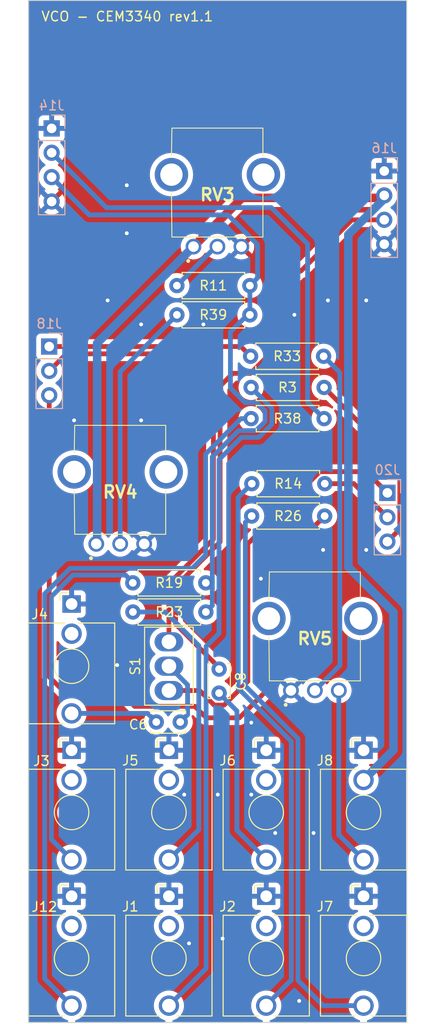
<source format=kicad_pcb>
(kicad_pcb (version 20241229) (generator "pcbnew") (generator_version "9.0")
  (layers (0 "F.Cu" signal) (2 "B.Cu" signal) (13 "F.Paste" user) (15 "B.Paste" user) (5 "F.SilkS" user "F.Silkscreen") (7 "B.SilkS" user "B.Silkscreen") (1 "F.Mask" user) (3 "B.Mask" user) (25 "Edge.Cuts" user))
  (net 0 "")
  (net 1 "Net-(S1-B)")
  (net 2 "/SYNC")
  (net 3 "/LINFM_IN")
  (net 4 "/LINFM")
  (net 6 "/TRI")
  (net 7 "GND")
  (net 9 "/SAW")
  (net 11 "/CV1")
  (net 14 "/CV2")
  (net 17 "/PULSE")
  (net 18 "+5VA")
  (net 19 "/PWM")
  (net 21 "/SIN")
  (net 22 "/SIN_RAW")
  (net 23 "/CV_NODE")
  (net 24 "/PWM_IN")
  (net 25 "/HARD_SYNC")
  (net 26 "/PULSE_RAW")
  (net 27 "/SOFT_SYNC")
  (net 28 "/SAW_RAW")
  (net 29 "/TRI_RAW")
  (net 30 "Net-(R11-Pad1)")
  (net 31 "Net-(R33-Pad1)")
  (net 32 "Net-(R39-Pad1)")
  (footprint "Eurorack Common:Thonkicon" (layer "F.Cu") (at 50.22 93.376)
    (property "Reference" "J8" (at -4.03 1.08 180) (layer "F.SilkS"))
    (property "Value" "~")
    (pad "S" thru_hole rect (at 0 0 180) (size 1.93 1.83) (drill 1.22) (layers "*.Cu" "*.Mask") (net 7 "GND"))
    (pad "T" thru_hole circle (at 0 11.4 180) (size 2.13 2.13) (drill 1.43) (layers "*.Cu" "*.Mask") (net 19 "/PWM"))
    (pad "TN" thru_hole circle (at 0 3.1 180) (size 2.13 2.13) (drill 1.42) (layers "*.Cu" "*.Mask") (net 18 "+5VA"))
    (zone (net 0) (net_name "") (layer "F.Cu") (connect_pads (clearance 0)) (min_thickness 0.254)
      (keepout (tracks not_allowed) (vias not_allowed) (pads not_allowed) (copperpour not_allowed) (footprints not_allowed))
      (fill (thermal_gap 0.508) (thermal_bridge_width 0.508))
      (polygon (pts (xy 51.725141 99.856) (xy 51.70493 99.610171) (xy 51.644841 99.370945) (xy 51.546486 99.144744) (xy 51.412508 98.937645) (xy 51.246504 98.75521) (xy 51.052932 98.602336) (xy 50.836992 98.483131) (xy 50.604482 98.400794) (xy 50.361646 98.357539) (xy 50.115007 98.354525) (xy 49.871187 98.391835) (xy 49.636734 98.468466) (xy 49.417946 98.58236) (xy 49.220697 98.730458) (xy 49.050286 98.908784) (xy 48.911288 99.112548) (xy 48.807436 99.336278) (xy 48.741519 99.573965) (xy 48.715308 99.819226) (xy 48.729507 100.065475) (xy 48.783734 100.306099) (xy 48.876532 100.534634) (xy 49.005411 100.744945) (xy 49.166908 100.931382) (xy 49.356687 101.088939) (xy 49.56965 101.213385) (xy 49.800079 101.301377) (xy 50.041785 101.350553) (xy 50.288278 101.359592) (xy 50.532936 101.32825) (xy 50.769191 101.25737) (xy 50.990697 101.148856) (xy 51.191505 101.005621) (xy 51.366223 100.831512) (xy 51.510158 100.631205) (xy 51.619445 100.410079) (xy 51.691149 100.174074) (xy 51.723344 99.929526)))
    )
  )
  (footprint "Eurorack Common:R_Axial_DIN0207_L6.3mm_D2.5mm_P7.62mm_Horizontal" (layer "F.Cu") (at 26.13 75.934)
    (property "Reference" "R19" (at 3.8 0 0) (layer "F.SilkS"))
    (property "Value" "100k")
    (pad "1" thru_hole circle (at 0 0) (size 1.6 1.6) (drill 0.8) (layers "*.Cu" "*.Mask") (net 11 "/CV1"))
    (pad "2" thru_hole circle (at 7.62 0) (size 1.6 1.6) (drill 0.8) (layers "*.Cu" "*.Mask") (net 23 "/CV_NODE"))
  )
  (footprint "Eurorack Common:Thonkicon" (layer "F.Cu") (at 19.74 78.136)
    (property "Reference" "J4" (at -3.34 1.08 180) (layer "F.SilkS"))
    (property "Value" "~")
    (pad "S" thru_hole rect (at 0 0 180) (size 1.93 1.83) (drill 1.22) (layers "*.Cu" "*.Mask") (net 7 "GND"))
    (pad "T" thru_hole circle (at 0 11.4 180) (size 2.13 2.13) (drill 1.43) (layers "*.Cu" "*.Mask") (net 2 "/SYNC"))
    (pad "TN" thru_hole circle (at 0 3.1 180) (size 2.13 2.13) (drill 1.42) (layers "*.Cu" "*.Mask"))
    (zone (net 0) (net_name "") (layer "F.Cu") (connect_pads (clearance 0)) (min_thickness 0.254)
      (keepout (tracks not_allowed) (vias not_allowed) (pads not_allowed) (copperpour not_allowed) (footprints not_allowed))
      (fill (thermal_gap 0.508) (thermal_bridge_width 0.508))
      (polygon (pts (xy 21.245141 84.616) (xy 21.22493 84.370171) (xy 21.164841 84.130945) (xy 21.066486 83.904744) (xy 20.932508 83.697645) (xy 20.766504 83.51521) (xy 20.572932 83.362336) (xy 20.356992 83.243131) (xy 20.124482 83.160794) (xy 19.881646 83.117539) (xy 19.635007 83.114525) (xy 19.391187 83.151835) (xy 19.156734 83.228466) (xy 18.937946 83.34236) (xy 18.740697 83.490458) (xy 18.570286 83.668784) (xy 18.431288 83.872548) (xy 18.327436 84.096278) (xy 18.261519 84.333965) (xy 18.235308 84.579226) (xy 18.249507 84.825475) (xy 18.303734 85.066099) (xy 18.396532 85.294634) (xy 18.525411 85.504945) (xy 18.686908 85.691382) (xy 18.876687 85.848939) (xy 19.08965 85.973385) (xy 19.320079 86.061377) (xy 19.561785 86.110553) (xy 19.808278 86.119592) (xy 20.052936 86.08825) (xy 20.289191 86.01737) (xy 20.510697 85.908856) (xy 20.711505 85.765621) (xy 20.886223 85.591512) (xy 21.030158 85.391205) (xy 21.139445 85.170079) (xy 21.211149 84.934074) (xy 21.243344 84.689526)))
    )
  )
  (footprint "Eurorack Common:Sub-Miniature SPDT" (layer "F.Cu") (at 29.9 84.616 90)
    (property "Reference" "S1" (at 0.002 -3.52 90) (layer "F.SilkS"))
    (property "Value" "TS-01")
    (pad "1" thru_hole oval (at -2.54 0 270) (size 2 3) (drill 1.522) (layers "*.Cu" "*.Mask") (net 27 "/SOFT_SYNC"))
    (pad "2" thru_hole oval (at 0 0 270) (size 2 3) (drill 1.522) (layers "*.Cu" "*.Mask") (net 1 "Net-(S1-B)"))
    (pad "3" thru_hole oval (at 2.54 0 270) (size 2 3) (drill 1.522) (layers "*.Cu" "*.Mask") (net 25 "/HARD_SYNC"))
  )
  (footprint "Eurorack Common:Alpha Potentiometer" (layer "F.Cu") (at 22.315 71.871)
    (property "Reference" "RV4" (at 2.5 -5.4 0) (layer "F.SilkS") (effects (font (size 1.27 1.27) (thickness 0.254))))
    (property "Value" "100k" (hide yes))
    (pad "1" thru_hole circle (at 0 0) (size 1.65 1.65) (drill 1.1) (layers "*.Cu" "*.Mask") (net 18 "+5VA"))
    (pad "2" thru_hole circle (at 2.5 0) (size 1.65 1.65) (drill 1.1) (layers "*.Cu" "*.Mask") (net 32 "Net-(R39-Pad1)"))
    (pad "3" thru_hole circle (at 5 0) (size 1.65 1.65) (drill 1.1) (layers "*.Cu" "*.Mask") (net 7 "GND"))
    (pad "MH1" thru_hole circle (at -2.3 -7.5) (size 3.495 3.495) (drill 2.33) (layers "*.Cu" "*.Mask"))
    (pad "MH2" thru_hole circle (at 7.3 -7.5) (size 3.495 3.495) (drill 2.33) (layers "*.Cu" "*.Mask"))
  )
  (footprint "Eurorack Common:R_Axial_DIN0207_L6.3mm_D2.5mm_P7.62mm_Horizontal" (layer "F.Cu") (at 38.555 65.596)
    (property "Reference" "R14" (at 3.8 0 0) (layer "F.SilkS"))
    (property "Value" "1k")
    (pad "1" thru_hole circle (at 0 0) (size 1.6 1.6) (drill 0.8) (layers "*.Cu" "*.Mask") (net 9 "/SAW"))
    (pad "2" thru_hole circle (at 7.62 0) (size 1.6 1.6) (drill 0.8) (layers "*.Cu" "*.Mask") (net 28 "/SAW_RAW"))
  )
  (footprint "Eurorack Common:Thonkicon" (layer "F.Cu") (at 40.06 93.376)
    (property "Reference" "J6" (at -4.03 1.08 180) (layer "F.SilkS"))
    (property "Value" "~")
    (pad "S" thru_hole rect (at 0 0 180) (size 1.93 1.83) (drill 1.22) (layers "*.Cu" "*.Mask") (net 7 "GND"))
    (pad "T" thru_hole circle (at 0 11.4 180) (size 2.13 2.13) (drill 1.43) (layers "*.Cu" "*.Mask") (net 4 "/LINFM"))
    (pad "TN" thru_hole circle (at 0 3.1 180) (size 2.13 2.13) (drill 1.42) (layers "*.Cu" "*.Mask"))
    (zone (net 0) (net_name "") (layer "F.Cu") (connect_pads (clearance 0)) (min_thickness 0.254)
      (keepout (tracks not_allowed) (vias not_allowed) (pads not_allowed) (copperpour not_allowed) (footprints not_allowed))
      (fill (thermal_gap 0.508) (thermal_bridge_width 0.508))
      (polygon (pts (xy 41.565141 99.856) (xy 41.54493 99.610171) (xy 41.484841 99.370945) (xy 41.386486 99.144744) (xy 41.252508 98.937645) (xy 41.086504 98.75521) (xy 40.892932 98.602336) (xy 40.676992 98.483131) (xy 40.444482 98.400794) (xy 40.201646 98.357539) (xy 39.955007 98.354525) (xy 39.711187 98.391835) (xy 39.476734 98.468466) (xy 39.257946 98.58236) (xy 39.060697 98.730458) (xy 38.890286 98.908784) (xy 38.751288 99.112548) (xy 38.647436 99.336278) (xy 38.581519 99.573965) (xy 38.555308 99.819226) (xy 38.569507 100.065475) (xy 38.623734 100.306099) (xy 38.716532 100.534634) (xy 38.845411 100.744945) (xy 39.006908 100.931382) (xy 39.196687 101.088939) (xy 39.40965 101.213385) (xy 39.640079 101.301377) (xy 39.881785 101.350553) (xy 40.128278 101.359592) (xy 40.372936 101.32825) (xy 40.609191 101.25737) (xy 40.830697 101.148856) (xy 41.031505 101.005621) (xy 41.206223 100.831512) (xy 41.350158 100.631205) (xy 41.459445 100.410079) (xy 41.531149 100.174074) (xy 41.563344 99.929526)))
    )
  )
  (footprint "Eurorack Common:R_Axial_DIN0207_L6.3mm_D2.5mm_P7.62mm_Horizontal" (layer "F.Cu") (at 30.734 44.958)
    (property "Reference" "R11" (at 3.8 0 0) (layer "F.SilkS"))
    (property "Value" "47k")
    (pad "1" thru_hole circle (at 0 0) (size 1.6 1.6) (drill 0.8) (layers "*.Cu" "*.Mask") (net 30 "Net-(R11-Pad1)"))
    (pad "2" thru_hole circle (at 7.62 0) (size 1.6 1.6) (drill 0.8) (layers "*.Cu" "*.Mask") (net 23 "/CV_NODE"))
  )
  (footprint "Eurorack Common:Thonkicon" (layer "F.Cu") (at 29.9 108.591)
    (property "Reference" "J1" (at -4.03 1.08 180) (layer "F.SilkS"))
    (property "Value" "~")
    (pad "S" thru_hole rect (at 0 0 180) (size 1.93 1.83) (drill 1.22) (layers "*.Cu" "*.Mask") (net 7 "GND"))
    (pad "T" thru_hole circle (at 0 11.4 180) (size 2.13 2.13) (drill 1.43) (layers "*.Cu" "*.Mask") (net 6 "/TRI"))
    (pad "TN" thru_hole circle (at 0 3.1 180) (size 2.13 2.13) (drill 1.42) (layers "*.Cu" "*.Mask"))
    (zone (net 0) (net_name "") (layer "F.Cu") (connect_pads (clearance 0)) (min_thickness 0.254)
      (keepout (tracks not_allowed) (vias not_allowed) (pads not_allowed) (copperpour not_allowed) (footprints not_allowed))
      (fill (thermal_gap 0.508) (thermal_bridge_width 0.508))
      (polygon (pts (xy 31.405141 115.071) (xy 31.38493 114.825171) (xy 31.324841 114.585945) (xy 31.226486 114.359744) (xy 31.092508 114.152645) (xy 30.926504 113.97021) (xy 30.732932 113.817336) (xy 30.516992 113.698131) (xy 30.284482 113.615794) (xy 30.041646 113.572539) (xy 29.795007 113.569525) (xy 29.551187 113.606835) (xy 29.316734 113.683466) (xy 29.097946 113.79736) (xy 28.900697 113.945458) (xy 28.730286 114.123784) (xy 28.591288 114.327548) (xy 28.487436 114.551278) (xy 28.421519 114.788965) (xy 28.395308 115.034226) (xy 28.409507 115.280475) (xy 28.463734 115.521099) (xy 28.556532 115.749634) (xy 28.685411 115.959945) (xy 28.846908 116.146382) (xy 29.036687 116.303939) (xy 29.24965 116.428385) (xy 29.480079 116.516377) (xy 29.721785 116.565553) (xy 29.968278 116.574592) (xy 30.212936 116.54325) (xy 30.449191 116.47237) (xy 30.670697 116.363856) (xy 30.871505 116.220621) (xy 31.046223 116.046512) (xy 31.190158 115.846205) (xy 31.299445 115.625079) (xy 31.371149 115.389074) (xy 31.403344 115.144526)))
    )
  )
  (footprint "Eurorack Common:Alpha Potentiometer" (layer "F.Cu") (at 32.465 40.896)
    (property "Reference" "RV3" (at 2.5 -5.4 0) (layer "F.SilkS") (effects (font (size 1.27 1.27) (thickness 0.254))))
    (property "Value" "10k" (hide yes))
    (pad "1" thru_hole circle (at 0 0) (size 1.65 1.65) (drill 1.1) (layers "*.Cu" "*.Mask") (net 18 "+5VA"))
    (pad "2" thru_hole circle (at 2.5 0) (size 1.65 1.65) (drill 1.1) (layers "*.Cu" "*.Mask") (net 30 "Net-(R11-Pad1)"))
    (pad "3" thru_hole circle (at 5 0) (size 1.65 1.65) (drill 1.1) (layers "*.Cu" "*.Mask") (net 7 "GND"))
    (pad "MH1" thru_hole circle (at -2.3 -7.5) (size 3.495 3.495) (drill 2.33) (layers "*.Cu" "*.Mask"))
    (pad "MH2" thru_hole circle (at 7.3 -7.5) (size 3.495 3.495) (drill 2.33) (layers "*.Cu" "*.Mask"))
  )
  (footprint "Eurorack Common:Alpha Potentiometer" (layer "F.Cu") (at 42.64 87.146)
    (property "Reference" "RV5" (at 2.5 -5.4 0) (layer "F.SilkS") (effects (font (size 1.27 1.27) (thickness 0.254))))
    (property "Value" "100k" (hide yes))
    (pad "1" thru_hole circle (at 0 0) (size 1.65 1.65) (drill 1.1) (layers "*.Cu" "*.Mask") (net 7 "GND"))
    (pad "2" thru_hole circle (at 2.5 0) (size 1.65 1.65) (drill 1.1) (layers "*.Cu" "*.Mask") (net 31 "Net-(R33-Pad1)"))
    (pad "3" thru_hole circle (at 5 0) (size 1.65 1.65) (drill 1.1) (layers "*.Cu" "*.Mask") (net 19 "/PWM"))
    (pad "MH1" thru_hole circle (at -2.3 -7.5) (size 3.495 3.495) (drill 2.33) (layers "*.Cu" "*.Mask"))
    (pad "MH2" thru_hole circle (at 7.3 -7.5) (size 3.495 3.495) (drill 2.33) (layers "*.Cu" "*.Mask"))
  )
  (footprint "Eurorack Common:Thonkicon" (layer "F.Cu") (at 19.74 108.591)
    (property "Reference" "J12" (at -2.84 1.109 180) (layer "F.SilkS"))
    (property "Value" "~")
    (pad "S" thru_hole rect (at 0 0 180) (size 1.93 1.83) (drill 1.22) (layers "*.Cu" "*.Mask") (net 7 "GND"))
    (pad "T" thru_hole circle (at 0 11.4 180) (size 2.13 2.13) (drill 1.43) (layers "*.Cu" "*.Mask") (net 21 "/SIN"))
    (pad "TN" thru_hole circle (at 0 3.1 180) (size 2.13 2.13) (drill 1.42) (layers "*.Cu" "*.Mask"))
    (zone (net 0) (net_name "") (layer "F.Cu") (connect_pads (clearance 0)) (min_thickness 0.254)
      (keepout (tracks not_allowed) (vias not_allowed) (pads not_allowed) (copperpour not_allowed) (footprints not_allowed))
      (fill (thermal_gap 0.508) (thermal_bridge_width 0.508))
      (polygon (pts (xy 21.245141 115.071) (xy 21.22493 114.825171) (xy 21.164841 114.585945) (xy 21.066486 114.359744) (xy 20.932508 114.152645) (xy 20.766504 113.97021) (xy 20.572932 113.817336) (xy 20.356992 113.698131) (xy 20.124482 113.615794) (xy 19.881646 113.572539) (xy 19.635007 113.569525) (xy 19.391187 113.606835) (xy 19.156734 113.683466) (xy 18.937946 113.79736) (xy 18.740697 113.945458) (xy 18.570286 114.123784) (xy 18.431288 114.327548) (xy 18.327436 114.551278) (xy 18.261519 114.788965) (xy 18.235308 115.034226) (xy 18.249507 115.280475) (xy 18.303734 115.521099) (xy 18.396532 115.749634) (xy 18.525411 115.959945) (xy 18.686908 116.146382) (xy 18.876687 116.303939) (xy 19.08965 116.428385) (xy 19.320079 116.516377) (xy 19.561785 116.565553) (xy 19.808278 116.574592) (xy 20.052936 116.54325) (xy 20.289191 116.47237) (xy 20.510697 116.363856) (xy 20.711505 116.220621) (xy 20.886223 116.046512) (xy 21.030158 115.846205) (xy 21.139445 115.625079) (xy 21.211149 115.389074) (xy 21.243344 115.144526)))
    )
  )
  (footprint "Eurorack Common:Thonkicon" (layer "F.Cu") (at 40.06 108.591)
    (property "Reference" "J2" (at -4.03 1.08 180) (layer "F.SilkS"))
    (property "Value" "~")
    (pad "S" thru_hole rect (at 0 0 180) (size 1.93 1.83) (drill 1.22) (layers "*.Cu" "*.Mask") (net 7 "GND"))
    (pad "T" thru_hole circle (at 0 11.4 180) (size 2.13 2.13) (drill 1.43) (layers "*.Cu" "*.Mask") (net 9 "/SAW"))
    (pad "TN" thru_hole circle (at 0 3.1 180) (size 2.13 2.13) (drill 1.42) (layers "*.Cu" "*.Mask"))
    (zone (net 0) (net_name "") (layer "F.Cu") (connect_pads (clearance 0)) (min_thickness 0.254)
      (keepout (tracks not_allowed) (vias not_allowed) (pads not_allowed) (copperpour not_allowed) (footprints not_allowed))
      (fill (thermal_gap 0.508) (thermal_bridge_width 0.508))
      (polygon (pts (xy 41.565141 115.071) (xy 41.54493 114.825171) (xy 41.484841 114.585945) (xy 41.386486 114.359744) (xy 41.252508 114.152645) (xy 41.086504 113.97021) (xy 40.892932 113.817336) (xy 40.676992 113.698131) (xy 40.444482 113.615794) (xy 40.201646 113.572539) (xy 39.955007 113.569525) (xy 39.711187 113.606835) (xy 39.476734 113.683466) (xy 39.257946 113.79736) (xy 39.060697 113.945458) (xy 38.890286 114.123784) (xy 38.751288 114.327548) (xy 38.647436 114.551278) (xy 38.581519 114.788965) (xy 38.555308 115.034226) (xy 38.569507 115.280475) (xy 38.623734 115.521099) (xy 38.716532 115.749634) (xy 38.845411 115.959945) (xy 39.006908 116.146382) (xy 39.196687 116.303939) (xy 39.40965 116.428385) (xy 39.640079 116.516377) (xy 39.881785 116.565553) (xy 40.128278 116.574592) (xy 40.372936 116.54325) (xy 40.609191 116.47237) (xy 40.830697 116.363856) (xy 41.031505 116.220621) (xy 41.206223 116.046512) (xy 41.350158 115.846205) (xy 41.459445 115.625079) (xy 41.531149 115.389074) (xy 41.563344 115.144526)))
    )
  )
  (footprint "Eurorack Common:Thonkicon" (layer "F.Cu") (at 19.74 93.376)
    (property "Reference" "J3" (at -3.14 1.124 180) (layer "F.SilkS"))
    (property "Value" "~")
    (pad "S" thru_hole rect (at 0 0 180) (size 1.93 1.83) (drill 1.22) (layers "*.Cu" "*.Mask") (net 7 "GND"))
    (pad "T" thru_hole circle (at 0 11.4 180) (size 2.13 2.13) (drill 1.43) (layers "*.Cu" "*.Mask") (net 11 "/CV1"))
    (pad "TN" thru_hole circle (at 0 3.1 180) (size 2.13 2.13) (drill 1.42) (layers "*.Cu" "*.Mask"))
    (zone (net 0) (net_name "") (layer "F.Cu") (connect_pads (clearance 0)) (min_thickness 0.254)
      (keepout (tracks not_allowed) (vias not_allowed) (pads not_allowed) (copperpour not_allowed) (footprints not_allowed))
      (fill (thermal_gap 0.508) (thermal_bridge_width 0.508))
      (polygon (pts (xy 21.245141 99.856) (xy 21.22493 99.610171) (xy 21.164841 99.370945) (xy 21.066486 99.144744) (xy 20.932508 98.937645) (xy 20.766504 98.75521) (xy 20.572932 98.602336) (xy 20.356992 98.483131) (xy 20.124482 98.400794) (xy 19.881646 98.357539) (xy 19.635007 98.354525) (xy 19.391187 98.391835) (xy 19.156734 98.468466) (xy 18.937946 98.58236) (xy 18.740697 98.730458) (xy 18.570286 98.908784) (xy 18.431288 99.112548) (xy 18.327436 99.336278) (xy 18.261519 99.573965) (xy 18.235308 99.819226) (xy 18.249507 100.065475) (xy 18.303734 100.306099) (xy 18.396532 100.534634) (xy 18.525411 100.744945) (xy 18.686908 100.931382) (xy 18.876687 101.088939) (xy 19.08965 101.213385) (xy 19.320079 101.301377) (xy 19.561785 101.350553) (xy 19.808278 101.359592) (xy 20.052936 101.32825) (xy 20.289191 101.25737) (xy 20.510697 101.148856) (xy 20.711505 101.005621) (xy 20.886223 100.831512) (xy 21.030158 100.631205) (xy 21.139445 100.410079) (xy 21.211149 100.174074) (xy 21.243344 99.929526)))
    )
  )
  (footprint "Eurorack Common:R_Axial_DIN0207_L6.3mm_D2.5mm_P7.62mm_Horizontal" (layer "F.Cu") (at 38.48 55.571)
    (property "Reference" "R3" (at 3.8 0 0) (layer "F.SilkS"))
    (property "Value" "1k")
    (pad "1" thru_hole circle (at 0 0) (size 1.6 1.6) (drill 0.8) (layers "*.Cu" "*.Mask") (net 6 "/TRI"))
    (pad "2" thru_hole circle (at 7.62 0) (size 1.6 1.6) (drill 0.8) (layers "*.Cu" "*.Mask") (net 29 "/TRI_RAW"))
  )
  (footprint "Eurorack Common:C_Disc_D3.4mm_W2.1mm_P2.50mm" (layer "F.Cu") (at 28.580556 90.434755)
    (property "Reference" "C6" (at -1.880556 0.265245 0) (layer "F.SilkS"))
    (property "Value" "10n")
    (pad "1" thru_hole circle (at 0 0) (size 1.6 1.6) (drill 0.8) (layers "*.Cu" "*.Mask") (net 2 "/SYNC"))
    (pad "2" thru_hole circle (at 2.5 0) (size 1.6 1.6) (drill 0.8) (layers "*.Cu" "*.Mask") (net 1 "Net-(S1-B)"))
  )
  (footprint "Eurorack Common:R_Axial_DIN0207_L6.3mm_D2.5mm_P7.62mm_Horizontal" (layer "F.Cu") (at 38.54 68.971)
    (property "Reference" "R26" (at 3.8 0 0) (layer "F.SilkS"))
    (property "Value" "1k")
    (pad "1" thru_hole circle (at 0 0) (size 1.6 1.6) (drill 0.8) (layers "*.Cu" "*.Mask") (net 17 "/PULSE"))
    (pad "2" thru_hole circle (at 7.62 0) (size 1.6 1.6) (drill 0.8) (layers "*.Cu" "*.Mask") (net 26 "/PULSE_RAW"))
  )
  (footprint "Eurorack Common:Thonkicon" (layer "F.Cu") (at 29.9 93.376)
    (property "Reference" "J5" (at -4.03 1.08 180) (layer "F.SilkS"))
    (property "Value" "~")
    (pad "S" thru_hole rect (at 0 0 180) (size 1.93 1.83) (drill 1.22) (layers "*.Cu" "*.Mask") (net 7 "GND"))
    (pad "T" thru_hole circle (at 0 11.4 180) (size 2.13 2.13) (drill 1.43) (layers "*.Cu" "*.Mask") (net 14 "/CV2"))
    (pad "TN" thru_hole circle (at 0 3.1 180) (size 2.13 2.13) (drill 1.42) (layers "*.Cu" "*.Mask"))
    (zone (net 0) (net_name "") (layer "F.Cu") (connect_pads (clearance 0)) (min_thickness 0.254)
      (keepout (tracks not_allowed) (vias not_allowed) (pads not_allowed) (copperpour not_allowed) (footprints not_allowed))
      (fill (thermal_gap 0.508) (thermal_bridge_width 0.508))
      (polygon (pts (xy 31.405141 99.856) (xy 31.38493 99.610171) (xy 31.324841 99.370945) (xy 31.226486 99.144744) (xy 31.092508 98.937645) (xy 30.926504 98.75521) (xy 30.732932 98.602336) (xy 30.516992 98.483131) (xy 30.284482 98.400794) (xy 30.041646 98.357539) (xy 29.795007 98.354525) (xy 29.551187 98.391835) (xy 29.316734 98.468466) (xy 29.097946 98.58236) (xy 28.900697 98.730458) (xy 28.730286 98.908784) (xy 28.591288 99.112548) (xy 28.487436 99.336278) (xy 28.421519 99.573965) (xy 28.395308 99.819226) (xy 28.409507 100.065475) (xy 28.463734 100.306099) (xy 28.556532 100.534634) (xy 28.685411 100.744945) (xy 28.846908 100.931382) (xy 29.036687 101.088939) (xy 29.24965 101.213385) (xy 29.480079 101.301377) (xy 29.721785 101.350553) (xy 29.968278 101.359592) (xy 30.212936 101.32825) (xy 30.449191 101.25737) (xy 30.670697 101.148856) (xy 30.871505 101.005621) (xy 31.046223 100.831512) (xy 31.190158 100.631205) (xy 31.299445 100.410079) (xy 31.371149 100.174074) (xy 31.403344 99.929526)))
    )
  )
  (footprint "Eurorack Common:C_Disc_D3.4mm_W2.1mm_P2.50mm" (layer "F.Cu") (at 35.14 87.421 90)
    (property "Reference" "C8" (at 1.221 2.26 90) (layer "F.SilkS"))
    (property "Value" "10n")
    (pad "1" thru_hole circle (at 0 0 90) (size 1.6 1.6) (drill 0.8) (layers "*.Cu" "*.Mask") (net 4 "/LINFM"))
    (pad "2" thru_hole circle (at 2.5 0 90) (size 1.6 1.6) (drill 0.8) (layers "*.Cu" "*.Mask") (net 3 "/LINFM_IN"))
  )
  (footprint "Eurorack Common:R_Axial_DIN0207_L6.3mm_D2.5mm_P7.62mm_Horizontal" (layer "F.Cu") (at 26.14 78.971)
    (property "Reference" "R23" (at 3.8 0 0) (layer "F.SilkS"))
    (property "Value" "100k")
    (pad "1" thru_hole circle (at 0 0) (size 1.6 1.6) (drill 0.8) (layers "*.Cu" "*.Mask") (net 14 "/CV2"))
    (pad "2" thru_hole circle (at 7.62 0) (size 1.6 1.6) (drill 0.8) (layers "*.Cu" "*.Mask") (net 23 "/CV_NODE"))
  )
  (footprint "Eurorack Common:R_Axial_DIN0207_L6.3mm_D2.5mm_P7.62mm_Horizontal" (layer "F.Cu") (at 30.734 48.006)
    (property "Reference" "R39" (at 3.8 0 0) (layer "F.SilkS"))
    (property "Value" "1.5M")
    (pad "1" thru_hole circle (at 0 0) (size 1.6 1.6) (drill 0.8) (layers "*.Cu" "*.Mask") (net 32 "Net-(R39-Pad1)"))
    (pad "2" thru_hole circle (at 7.62 0) (size 1.6 1.6) (drill 0.8) (layers "*.Cu" "*.Mask") (net 23 "/CV_NODE"))
  )
  (footprint "Eurorack Common:R_Axial_DIN0207_L6.3mm_D2.5mm_P7.62mm_Horizontal" (layer "F.Cu") (at 38.48 58.821)
    (property "Reference" "R38" (at 3.8 0 0) (layer "F.SilkS"))
    (property "Value" "1k")
    (pad "1" thru_hole circle (at 0 0) (size 1.6 1.6) (drill 0.8) (layers "*.Cu" "*.Mask") (net 21 "/SIN"))
    (pad "2" thru_hole circle (at 7.62 0) (size 1.6 1.6) (drill 0.8) (layers "*.Cu" "*.Mask") (net 22 "/SIN_RAW"))
  )
  (footprint "Eurorack Common:Thonkicon" (layer "F.Cu") (at 50.22 108.591)
    (property "Reference" "J7" (at -4.03 1.08 180) (layer "F.SilkS"))
    (property "Value" "~")
    (pad "S" thru_hole rect (at 0 0 180) (size 1.93 1.83) (drill 1.22) (layers "*.Cu" "*.Mask") (net 7 "GND"))
    (pad "T" thru_hole circle (at 0 11.4 180) (size 2.13 2.13) (drill 1.43) (layers "*.Cu" "*.Mask") (net 17 "/PULSE"))
    (pad "TN" thru_hole circle (at 0 3.1 180) (size 2.13 2.13) (drill 1.42) (layers "*.Cu" "*.Mask"))
    (zone (net 0) (net_name "") (layer "F.Cu") (connect_pads (clearance 0)) (min_thickness 0.254)
      (keepout (tracks not_allowed) (vias not_allowed) (pads not_allowed) (copperpour not_allowed) (footprints not_allowed))
      (fill (thermal_gap 0.508) (thermal_bridge_width 0.508))
      (polygon (pts (xy 51.725141 115.071) (xy 51.70493 114.825171) (xy 51.644841 114.585945) (xy 51.546486 114.359744) (xy 51.412508 114.152645) (xy 51.246504 113.97021) (xy 51.052932 113.817336) (xy 50.836992 113.698131) (xy 50.604482 113.615794) (xy 50.361646 113.572539) (xy 50.115007 113.569525) (xy 49.871187 113.606835) (xy 49.636734 113.683466) (xy 49.417946 113.79736) (xy 49.220697 113.945458) (xy 49.050286 114.123784) (xy 48.911288 114.327548) (xy 48.807436 114.551278) (xy 48.741519 114.788965) (xy 48.715308 115.034226) (xy 48.729507 115.280475) (xy 48.783734 115.521099) (xy 48.876532 115.749634) (xy 49.005411 115.959945) (xy 49.166908 116.146382) (xy 49.356687 116.303939) (xy 49.56965 116.428385) (xy 49.800079 116.516377) (xy 50.041785 116.565553) (xy 50.288278 116.574592) (xy 50.532936 116.54325) (xy 50.769191 116.47237) (xy 50.990697 116.363856) (xy 51.191505 116.220621) (xy 51.366223 116.046512) (xy 51.510158 115.846205) (xy 51.619445 115.625079) (xy 51.691149 115.389074) (xy 51.723344 115.144526)))
    )
  )
  (footprint "Eurorack Common:R_Axial_DIN0207_L6.3mm_D2.5mm_P7.62mm_Horizontal" (layer "F.Cu") (at 46.05 52.321 180)
    (property "Reference" "R33" (at 3.8 0 180) (layer "F.SilkS"))
    (property "Value" "100k")
    (pad "1" thru_hole circle (at 0 0 180) (size 1.6 1.6) (drill 0.8) (layers "*.Cu" "*.Mask") (net 31 "Net-(R33-Pad1)"))
    (pad "2" thru_hole circle (at 7.62 0 180) (size 1.6 1.6) (drill 0.8) (layers "*.Cu" "*.Mask") (net 24 "/PWM_IN"))
  )
  (footprint "Eurorack Common:PinHeader_1x04_P2.54mm_Vertical" (layer "B.Cu") (at 17.658 28.574 180)
    (property "Reference" "J14" (at 0 2.38 0) (layer "B.SilkS") (effects (justify mirror)))
    (property "Value" "~")
    (pad "1" thru_hole rect (at 0 0 180) (size 1.7 1.7) (drill 1) (layers "*.Cu" "*.Mask") (net 7 "GND"))
    (pad "2" thru_hole circle (at 0 -2.54 180) (size 1.7 1.7) (drill 1) (layers "*.Cu" "*.Mask") (net 22 "/SIN_RAW"))
    (pad "3" thru_hole circle (at 0 -5.08 180) (size 1.7 1.7) (drill 1) (layers "*.Cu" "*.Mask") (net 23 "/CV_NODE"))
    (pad "4" thru_hole circle (at 0 -7.62 180) (size 1.7 1.7) (drill 1) (layers "*.Cu" "*.Mask") (net 7 "GND"))
  )
  (footprint "Eurorack Common:PinHeader_1x03_P2.54mm_Vertical" (layer "B.Cu") (at 52.71 66.554 180)
    (property "Reference" "J20" (at 0 2.38 0) (layer "B.SilkS") (effects (justify mirror)))
    (property "Value" "~")
    (pad "1" thru_hole rect (at 0 0 180) (size 1.7 1.7) (drill 1) (layers "*.Cu" "*.Mask") (net 27 "/SOFT_SYNC"))
    (pad "2" thru_hole circle (at 0 -2.54 180) (size 1.7 1.7) (drill 1) (layers "*.Cu" "*.Mask") (net 28 "/SAW_RAW"))
    (pad "3" thru_hole circle (at 0 -5.08 180) (size 1.7 1.7) (drill 1) (layers "*.Cu" "*.Mask") (net 29 "/TRI_RAW"))
  )
  (footprint "Eurorack Common:PinHeader_1x03_P2.54mm_Vertical" (layer "B.Cu") (at 17.404 51.308 180)
    (property "Reference" "J18" (at 0 2.38 0) (layer "B.SilkS") (effects (justify mirror)))
    (property "Value" "~")
    (pad "1" thru_hole rect (at 0 0 180) (size 1.7 1.7) (drill 1) (layers "*.Cu" "*.Mask") (net 24 "/PWM_IN"))
    (pad "2" thru_hole circle (at 0 -2.54 180) (size 1.7 1.7) (drill 1) (layers "*.Cu" "*.Mask") (net 25 "/HARD_SYNC"))
    (pad "3" thru_hole circle (at 0 -5.08 180) (size 1.7 1.7) (drill 1) (layers "*.Cu" "*.Mask") (net 26 "/PULSE_RAW"))
  )
  (footprint "Eurorack Common:PinHeader_1x04_P2.54mm_Vertical" (layer "B.Cu") (at 52.38 33.02 180)
    (property "Reference" "J16" (at 0 2.38 0) (layer "B.SilkS") (effects (justify mirror)))
    (property "Value" "~")
    (pad "1" thru_hole rect (at 0 0 180) (size 1.7 1.7) (drill 1) (layers "*.Cu" "*.Mask") (net 7 "GND"))
    (pad "2" thru_hole circle (at 0 -2.54 180) (size 1.7 1.7) (drill 1) (layers "*.Cu" "*.Mask") (net 18 "+5VA"))
    (pad "3" thru_hole circle (at 0 -5.08 180) (size 1.7 1.7) (drill 1) (layers "*.Cu" "*.Mask") (net 3 "/LINFM_IN"))
    (pad "4" thru_hole circle (at 0 -7.62 180) (size 1.7 1.7) (drill 1) (layers "*.Cu" "*.Mask") (net 7 "GND"))
  )
  (gr_rect (start 15.24 15.246) (end 54.74 121.746) (stroke (width 0.1)) (fill no) (layer "Edge.Cuts"))
  (gr_text "VCO - CEM3340 rev1.1" (at 16.5 17.5 0) (layer "F.SilkS") (effects (font (size 1 1)) (justify left bottom)))
  (segment (start 31.84952 86.55559) (end 31.84952 89.665791) (width 0.5) (layer "B.Cu") (net 1))
  (segment (start 29.90993 84.616) (end 31.84952 86.55559) (width 0.5) (layer "B.Cu") (net 1))
  (segment (start 29.9 84.616) (end 29.90993 84.616) (width 0.5) (layer "B.Cu") (net 1))
  (segment (start 31.84952 89.665791) (end 31.080556 90.434755) (width 0.5) (layer "B.Cu") (net 1))
  (segment (start 27.681801 89.536) (end 28.580556 90.434755) (width 0.5) (layer "B.Cu") (net 2))
  (segment (start 19.74 89.536) (end 27.681801 89.536) (width 0.5) (layer "B.Cu") (net 2))
  (segment (start 36.576 54.102) (end 38.416076 54.102) (width 0.5) (layer "F.Cu") (net 3))
  (segment (start 41.5 51.018076) (end 41.5 45.5) (width 0.5) (layer "F.Cu") (net 3))
  (segment (start 41.5 45.5) (end 43.566 43.434) (width 0.5) (layer "F.Cu") (net 3))
  (segment (start 35.14 84.76607) (end 30.59952 80.22559) (width 0.5) (layer "F.Cu") (net 3))
  (segment (start 35.24352 71.66375) (end 35.24352 55.43448) (width 0.5) (layer "F.Cu") (net 3))
  (segment (start 49.016 38.106) (end 52.71 38.106) (width 0.5) (layer "F.Cu") (net 3))
  (segment (start 30.59952 76.30775) (end 35.24352 71.66375) (width 0.5) (layer "F.Cu") (net 3))
  (segment (start 38.416076 54.102) (end 41.5 51.018076) (width 0.5) (layer "F.Cu") (net 3))
  (segment (start 35.14 84.921) (end 35.14 84.76607) (width 0.5) (layer "F.Cu") (net 3))
  (segment (start 30.59952 80.22559) (end 30.59952 76.30775) (width 0.5) (layer "F.Cu") (net 3))
  (segment (start 43.566 43.434) (end 43.688 43.434) (width 0.5) (layer "F.Cu") (net 3))
  (segment (start 43.688 43.434) (end 49.016 38.106) (width 0.5) (layer "F.Cu") (net 3))
  (segment (start 35.24352 55.43448) (end 36.576 54.102) (width 0.5) (layer "F.Cu") (net 3))
  (segment (start 37 101.716) (end 40.06 104.776) (width 0.5) (layer "B.Cu") (net 4))
  (segment (start 37 89.281) (end 37 101.716) (width 0.5) (layer "B.Cu") (net 4))
  (segment (start 35.14 87.421) (end 37 89.281) (width 0.5) (layer "B.Cu") (net 4))
  (segment (start 39.287315 60.770031) (end 40.639999 59.417347) (width 0.5) (layer "B.Cu") (net 6))
  (segment (start 33.782 116.109) (end 33.782 82.55) (width 0.5) (layer "B.Cu") (net 6))
  (segment (start 37.463239 60.770031) (end 39.287315 60.770031) (width 0.5) (layer "B.Cu") (net 6))
  (segment (start 35.13 63.10327) (end 37.463239 60.770031) (width 0.5) (layer "B.Cu") (net 6))
  (segment (start 29.9 119.991) (end 33.782 116.109) (width 0.5) (layer "B.Cu") (net 6))
  (segment (start 33.782 82.55) (end 35.13 81.202) (width 0.5) (layer "B.Cu") (net 6))
  (segment (start 35.13 81.202) (end 35.13 63.10327) (width 0.5) (layer "B.Cu") (net 6))
  (segment (start 40.639999 59.417347) (end 40.64 57.731) (width 0.5) (layer "B.Cu") (net 6))
  (segment (start 40.64 57.731) (end 38.48 55.571) (width 0.5) (layer "B.Cu") (net 6))
  (segment (start 37.465 40.767) (end 37.465 40.896) (width 0.89) (layer "F.Cu") (net 7))
  (via (at 24.5 84.5) (size 0.8) (drill 0.4) (layers "F.Cu" "B.Cu") (net 7))
  (via (at 20 59) (size 0.8) (drill 0.4) (layers "F.Cu" "B.Cu") (net 7))
  (via (at 43 48) (size 0.8) (drill 0.4) (layers "F.Cu" "B.Cu") (net 7))
  (via (at 50.5 72.5) (size 0.8) (drill 0.4) (layers "F.Cu" "B.Cu") (net 7))
  (via (at 33.5 49) (size 0.8) (drill 0.4) (layers "F.Cu" "B.Cu") (net 7))
  (via (at 45 102) (size 0.8) (drill 0.4) (layers "F.Cu" "B.Cu") (net 7))
  (via (at 25.5 34.5) (size 0.8) (drill 0.4) (layers "F.Cu" "B.Cu") (net 7))
  (via (at 38.5 90.5) (size 0.8) (drill 0.4) (layers "F.Cu" "B.Cu") (net 7))
  (via (at 27 49) (size 0.8) (drill 0.4) (layers "F.Cu" "B.Cu") (net 7))
  (via (at 35 98) (size 0.8) (drill 0.4) (layers "F.Cu" "B.Cu") (net 7))
  (via (at 35.5 113) (size 0.8) (drill 0.4) (layers "F.Cu" "B.Cu") (net 7))
  (via (at 25.5 39.5) (size 0.8) (drill 0.4) (layers "F.Cu" "B.Cu") (net 7))
  (via (at 27 59) (size 0.8) (drill 0.4) (layers "F.Cu" "B.Cu") (net 7))
  (via (at 23.5 46.5) (size 0.8) (drill 0.4) (layers "F.Cu" "B.Cu") (net 7))
  (via (at 43.5 119.5) (size 0.8) (drill 0.4) (layers "F.Cu" "B.Cu") (net 7))
  (via (at 38.5 98) (size 0.8) (drill 0.4) (layers "F.Cu" "B.Cu") (net 7))
  (via (at 39.5 75.5) (size 0.8) (drill 0.4) (layers "F.Cu" "B.Cu") (net 7))
  (via (at 46.5 46.5) (size 0.8) (drill 0.4) (layers "F.Cu" "B.Cu") (net 7))
  (via (at 50.5 46.5) (size 0.8) (drill 0.4) (layers "F.Cu" "B.Cu") (net 7))
  (via (at 41 102) (size 0.8) (drill 0.4) (layers "F.Cu" "B.Cu") (net 7))
  (via (at 32 113.5) (size 0.8) (drill 0.4) (layers "F.Cu" "B.Cu") (net 7))
  (via (at 31.5 98) (size 0.8) (drill 0.4) (layers "F.Cu" "B.Cu") (net 7))
  (via (at 46 72.5) (size 0.8) (drill 0.4) (layers "F.Cu" "B.Cu") (net 7))
  (segment (start 40.06 119.934) (end 42.672 117.322) (width 0.5) (layer "B.Cu") (net 9))
  (segment (start 37.13 67.01275) (end 38.54675 65.596) (width 0.5) (layer "B.Cu") (net 9))
  (segment (start 40.06 119.991) (end 40.06 119.934) (width 0.5) (layer "B.Cu") (net 9))
  (segment (start 42.672 92.456) (end 37.13 86.914) (width 0.5) (layer "B.Cu") (net 9))
  (segment (start 38.54675 65.596) (end 38.555 65.596) (width 0.5) (layer "B.Cu") (net 9))
  (segment (start 42.672 117.322) (end 42.672 92.456) (width 0.5) (layer "B.Cu") (net 9))
  (segment (start 37.13 86.914) (end 37.13 67.01275) (width 0.5) (layer "B.Cu") (net 9))
  (segment (start 17.63 102.666) (end 19.74 104.776) (width 0.5) (layer "B.Cu") (net 11))
  (segment (start 26.14 75.896) (end 25.36552 75.12152) (width 0.5) (layer "B.Cu") (net 11))
  (segment (start 19.87248 75.12152) (end 17.63 77.364) (width 0.5) (layer "B.Cu") (net 11))
  (segment (start 25.36552 75.12152) (end 19.87248 75.12152) (width 0.5) (layer "B.Cu") (net 11))
  (segment (start 17.63 77.364) (end 17.63 102.666) (width 0.5) (layer "B.Cu") (net 11))
  (segment (start 33.02 101.656) (end 33.02 82.471035) (width 0.5) (layer "B.Cu") (net 14))
  (segment (start 33.02 82.471035) (end 29.519965 78.971) (width 0.5) (layer "B.Cu") (net 14))
  (segment (start 29.519965 78.971) (end 26.14 78.971) (width 0.5) (layer "B.Cu") (net 14))
  (segment (start 29.9 104.776) (end 33.02 101.656) (width 0.5) (layer "B.Cu") (net 14))
  (segment (start 46.007 119.991) (end 43.37152 117.35552) (width 0.5) (layer "B.Cu") (net 17))
  (segment (start 43.37152 117.35552) (end 43.37152 92.16625) (width 0.5) (layer "B.Cu") (net 17))
  (segment (start 37.88 69.631) (end 38.54 68.971) (width 0.5) (layer "B.Cu") (net 17))
  (segment (start 43.37152 92.16625) (end 37.88 86.67473) (width 0.5) (layer "B.Cu") (net 17))
  (segment (start 37.88 86.67473) (end 37.88 69.631) (width 0.5) (layer "B.Cu") (net 17))
  (segment (start 50.22 119.991) (end 46.007 119.991) (width 0.5) (layer "B.Cu") (net 17))
  (segment (start 52.487989 35.788011) (end 52.462 35.814) (width 0.89) (layer "F.Cu") (net 18))
  (segment (start 52.462 35.814) (end 37.547 35.814) (width 0.89) (layer "F.Cu") (net 18))
  (segment (start 37.547 35.814) (end 32.465 40.896) (width 0.89) (layer "F.Cu") (net 18))
  (segment (start 48.63 53.635958) (end 48.637509 53.643467) (width 0.89) (layer "B.Cu") (net 18))
  (segment (start 53.34 78.994) (end 53.34 93.356) (width 0.89) (layer "B.Cu") (net 18))
  (segment (start 52.71 35.566) (end 48.63 39.646) (width 0.89) (layer "B.Cu") (net 18))
  (segment (start 48.63 39.646) (end 48.63 53.635958) (width 0.89) (layer "B.Cu") (net 18))
  (segment (start 22.4085 50.9525) (end 22.4085 71.7775) (width 0.89) (layer "B.Cu") (net 18))
  (segment (start 53.34 93.356) (end 50.22 96.476) (width 0.89) (layer "B.Cu") (net 18))
  (segment (start 22.4085 71.7775) (end 22.315 71.871) (width 0.89) (layer "B.Cu") (net 18))
  (segment (start 48.637509 74.291509) (end 53.34 78.994) (width 0.89) (layer "B.Cu") (net 18))
  (segment (start 32.465 40.896) (end 22.4085 50.9525) (width 0.89) (layer "B.Cu") (net 18))
  (segment (start 48.637509 53.643467) (end 48.637509 74.291509) (width 0.89) (layer "B.Cu") (net 18))
  (segment (start 50.22 104.776) (end 47.64 102.196) (width 0.5) (layer "B.Cu") (net 19))
  (segment (start 47.64 102.196) (end 47.64 87.146) (width 0.5) (layer "B.Cu") (net 19))
  (segment (start 32.322 74.422) (end 33.73096 73.01304) (width 0.5) (layer "B.Cu") (net 21))
  (segment (start 16.93048 117.18148) (end 16.93048 77.07425) (width 0.5) (layer "B.Cu") (net 21))
  (segment (start 19.74 119.991) (end 16.93048 117.18148) (width 0.5) (layer "B.Cu") (net 21))
  (segment (start 19.58273 74.422) (end 32.322 74.422) (width 0.5) (layer "B.Cu") (net 21))
  (segment (start 16.93048 77.07425) (end 19.58273 74.422) (width 0.5) (layer "B.Cu") (net 21))
  (segment (start 37.423 58.821) (end 38.48 58.821) (width 0.5) (layer "B.Cu") (net 21))
  (segment (start 33.73096 73.01304) (end 33.73096 62.51304) (width 0.5) (layer "B.Cu") (net 21))
  (segment (start 33.73096 62.51304) (end 37.423 58.821) (width 0.5) (layer "B.Cu") (net 21))
  (segment (start 23.374 36.83) (end 17.658 31.114) (width 0.5) (layer "B.Cu") (net 22))
  (segment (start 44.38 40.614) (end 40.596 36.83) (width 0.5) (layer "B.Cu") (net 22))
  (segment (start 40.596 36.83) (end 23.374 36.83) (width 0.5) (layer "B.Cu") (net 22))
  (segment (start 46.1 58.821) (end 44.38 57.101) (width 0.5) (layer "B.Cu") (net 22))
  (segment (start 44.38 57.101) (end 44.38 40.614) (width 0.5) (layer "B.Cu") (net 22))
  (segment (start 21.59 37.592) (end 17.658 33.66) (width 0.5) (layer "B.Cu") (net 23))
  (segment (start 39.94048 58.02075) (end 39.94048 59.127596) (width 0.5) (layer "B.Cu") (net 23))
  (segment (start 38.1 48.006) (end 36.322 49.784) (width 0.5) (layer "B.Cu") (net 23))
  (segment (start 39.153999 40.677999) (end 36.068 37.592) (width 0.5) (layer "B.Cu") (net 23))
  (segment (start 39.153999 44.158001) (end 39.153999 40.677999) (width 0.5) (layer "B.Cu") (net 23))
  (segment (start 36.068 37.592) (end 21.59 37.592) (width 0.5) (layer "B.Cu") (net 23))
  (segment (start 38.354 48.006) (end 38.1 48.006) (width 0.5) (layer "B.Cu") (net 23))
  (segment (start 36.322 49.784) (end 36.322 55.626) (width 0.5) (layer "B.Cu") (net 23))
  (segment (start 38.354 44.958) (end 38.354 48.006) (width 0.5) (layer "B.Cu") (net 23))
  (segment (start 17.658 33.66) (end 17.658 33.654) (width 0.5) (layer "B.Cu") (net 23))
  (segment (start 37.173489 60.070511) (end 34.43048 62.81352) (width 0.5) (layer "B.Cu") (net 23))
  (segment (start 34.43048 78.30052) (end 33.76 78.971) (width 0.5) (layer "B.Cu") (net 23))
  (segment (start 38.997565 60.070511) (end 37.173489 60.070511) (width 0.5) (layer "B.Cu") (net 23))
  (segment (start 39.06973 57.15) (end 39.94048 58.02075) (width 0.5) (layer "B.Cu") (net 23))
  (segment (start 36.322 55.626) (end 37.846 57.15) (width 0.5) (layer "B.Cu") (net 23))
  (segment (start 38.354 44.958) (end 39.153999 44.158001) (width 0.5) (layer "B.Cu") (net 23))
  (segment (start 37.846 57.15) (end 39.06973 57.15) (width 0.5) (layer "B.Cu") (net 23))
  (segment (start 39.94048 59.127596) (end 38.997565 60.070511) (width 0.5) (layer "B.Cu") (net 23))
  (segment (start 34.43048 62.81352) (end 34.43048 78.30052) (width 0.5) (layer "B.Cu") (net 23))
  (segment (start 17.41 51.308) (end 17.404 51.314) (width 0.5) (layer "F.Cu") (net 24))
  (segment (start 38.43 52.321) (end 37.417 51.308) (width 0.5) (layer "F.Cu") (net 24))
  (segment (start 37.417 51.308) (end 17.41 51.308) (width 0.5) (layer "F.Cu") (net 24))
  (segment (start 34.544 54.356) (end 34.544 71.374) (width 0.5) (layer "F.Cu") (net 25))
  (segment (start 29.9 76.018) (end 29.9 82.076) (width 0.5) (layer "F.Cu") (net 25))
  (segment (start 32.258 52.07) (end 34.544 54.356) (width 0.5) (layer "F.Cu") (net 25))
  (segment (start 34.544 71.374) (end 29.9 76.018) (width 0.5) (layer "F.Cu") (net 25))
  (segment (start 19.188 52.07) (end 32.258 52.07) (width 0.5) (layer "F.Cu") (net 25))
  (segment (start 17.404 53.854) (end 19.188 52.07) (width 0.5) (layer "F.Cu") (net 25))
  (segment (start 17.404 85.73) (end 17.404 56.394) (width 0.5) (layer "F.Cu") (net 26))
  (segment (start 37.254 90) (end 33.8 90) (width 0.5) (layer "F.Cu") (net 26))
  (segment (start 46.16 68.971) (end 43 72.131) (width 0.5) (layer "F.Cu") (net 26))
  (segment (start 24.892 87.376) (end 19.05 87.376) (width 0.5) (layer "F.Cu") (net 26))
  (segment (start 32.6 88.8) (end 26.316 88.8) (width 0.5) (layer "F.Cu") (net 26))
  (segment (start 43 84.254) (end 37.254 90) (width 0.5) (layer "F.Cu") (net 26))
  (segment (start 26.316 88.8) (end 24.892 87.376) (width 0.5) (layer "F.Cu") (net 26))
  (segment (start 43 72.131) (end 43 84.254) (width 0.5) (layer "F.Cu") (net 26))
  (segment (start 19.05 87.376) (end 17.404 85.73) (width 0.5) (layer "F.Cu") (net 26))
  (segment (start 33.8 90) (end 32.6 88.8) (width 0.5) (layer "F.Cu") (net 26))
  (segment (start 29.9 87.156) (end 33.105818 87.156) (width 0.5) (layer "F.Cu") (net 27))
  (segment (start 45.656818 64.345) (end 50.501 64.345) (width 0.5) (layer "F.Cu") (net 27))
  (segment (start 34.621818 88.672) (end 35.658182 88.672) (width 0.5) (layer "F.Cu") (net 27))
  (segment (start 35.658182 88.672) (end 38.1415 86.188682) (width 0.5) (layer "F.Cu") (net 27))
  (segment (start 50.501 64.345) (end 52.71 66.554) (width 0.5) (layer "F.Cu") (net 27))
  (segment (start 38.1415 86.188682) (end 38.1415 71.860318) (width 0.5) (layer "F.Cu") (net 27))
  (segment (start 38.1415 71.860318) (end 45.656818 64.345) (width 0.5) (layer "F.Cu") (net 27))
  (segment (start 33.105818 87.156) (end 34.621818 88.672) (width 0.5) (layer "F.Cu") (net 27))
  (segment (start 46.175 65.596) (end 49.212 65.596) (width 0.5) (layer "F.Cu") (net 28))
  (segment (start 49.212 65.596) (end 52.71 69.094) (width 0.5) (layer "F.Cu") (net 28))
  (segment (start 54.009511 70.334489) (end 54.009511 63.480511) (width 0.5) (layer "F.Cu") (net 29))
  (segment (start 54.009511 63.480511) (end 46.1 55.571) (width 0.5) (layer "F.Cu") (net 29))
  (segment (start 52.71 71.634) (end 54.009511 70.334489) (width 0.5) (layer "F.Cu") (net 29))
  (segment (start 34.796 40.896) (end 34.965 40.896) (width 0.5) (layer "B.Cu") (net 30))
  (segment (start 30.734 44.958) (end 34.796 40.896) (width 0.5) (layer "B.Cu") (net 30))
  (segment (start 47.742989 54.013989) (end 46.05 52.321) (width 0.5) (layer "B.Cu") (net 31))
  (segment (start 47.752 80.565044) (end 47.742989 80.556033) (width 0.5) (layer "B.Cu") (net 31))
  (segment (start 45.14 87.146) (end 47.752 84.534) (width 0.5) (layer "B.Cu") (net 31))
  (segment (start 47.752 84.534) (end 47.752 80.565044) (width 0.5) (layer "B.Cu") (net 31))
  (segment (start 47.742989 80.556033) (end 47.742989 54.013989) (width 0.5) (layer "B.Cu") (net 31))
  (segment (start 24.815 53.925) (end 24.815 71.871) (width 0.5) (layer "B.Cu") (net 32))
  (segment (start 30.734 48.006) (end 24.815 53.925) (width 0.5) (layer "B.Cu") (net 32))
  (zone (net 7) (net_name "GND") (layer "F.Cu") (connect_pads (clearance 0.508)) (min_thickness 0.254) (fill yes (thermal_gap 0.508) (thermal_bridge_width 0.508))
    (polygon (pts (xy 54.864 121.92) (xy 15.24 121.92) (xy 15.24 15.24) (xy 54.864 15.24)))
  )
  (zone (net 7) (net_name "GND") (layer "B.Cu") (connect_pads (clearance 0.508)) (min_thickness 0.254) (fill yes (thermal_gap 0.508) (thermal_bridge_width 0.508))
    (polygon (pts (xy 54.864 121.92) (xy 15.24 121.92) (xy 15.24 15.24) (xy 54.864 15.24)))
  )
)
</source>
